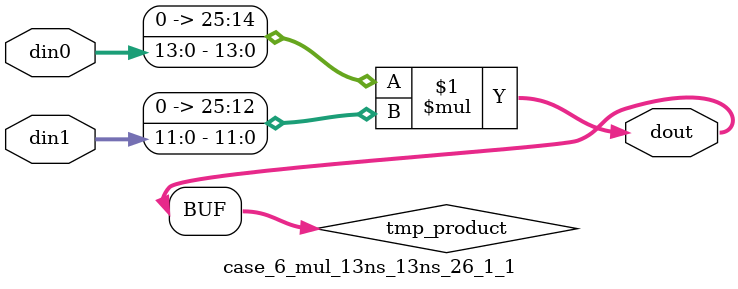
<source format=v>

`timescale 1 ns / 1 ps

 (* use_dsp = "no" *)  module case_6_mul_13ns_13ns_26_1_1(din0, din1, dout);
parameter ID = 1;
parameter NUM_STAGE = 0;
parameter din0_WIDTH = 14;
parameter din1_WIDTH = 12;
parameter dout_WIDTH = 26;

input [din0_WIDTH - 1 : 0] din0; 
input [din1_WIDTH - 1 : 0] din1; 
output [dout_WIDTH - 1 : 0] dout;

wire signed [dout_WIDTH - 1 : 0] tmp_product;
























assign tmp_product = $signed({1'b0, din0}) * $signed({1'b0, din1});











assign dout = tmp_product;





















endmodule

</source>
